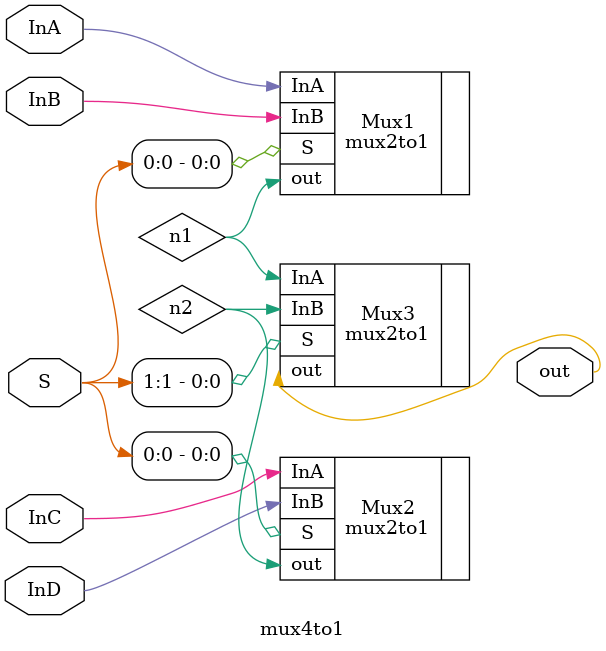
<source format=v>
module mux4to1(out, InA, InB, InC, InD, S);

input InA, InB, InC, InD;
input [1:0] S;
output out;

wire n1, n2;

// 4-to-1 multiplexer, two levels of muxing (A or B) & (C or D)

mux2to1 Mux1(.out(n1), .InA(InA), .InB(InB), .S(S[0]));  //AB mux

mux2to1 Mux2(.out(n2), .InA(InC), .InB(InD), .S(S[0]));  //CD mux

mux2to1 Mux3(.out(out), .InA(n1), .InB(n2), .S(S[1]));  //AB or CD mux

endmodule

</source>
